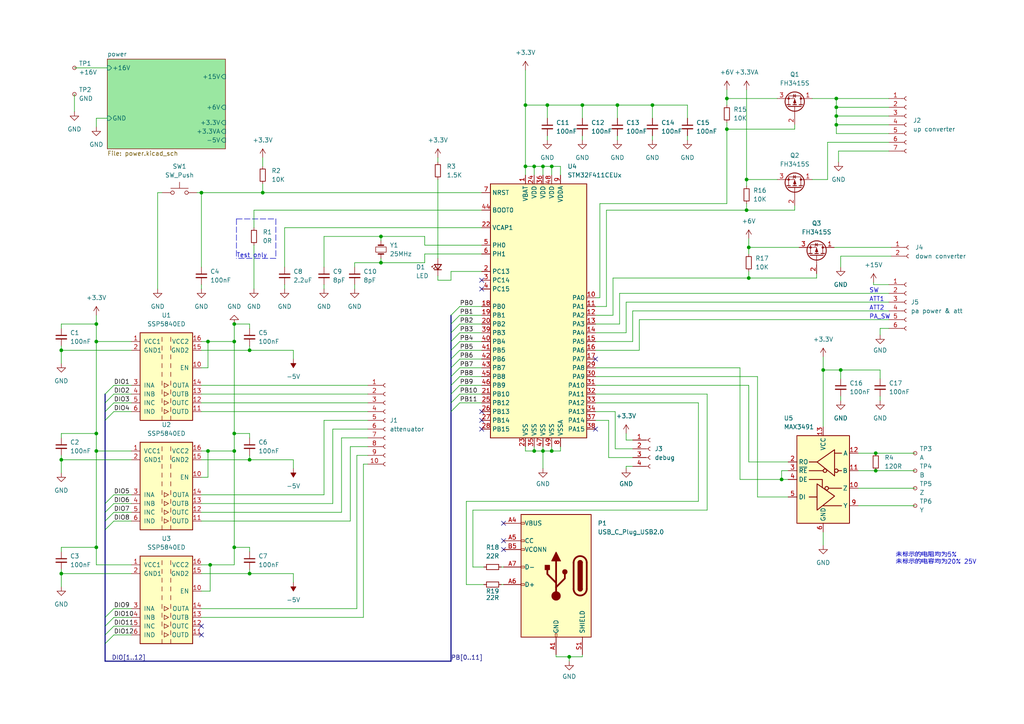
<source format=kicad_sch>
(kicad_sch (version 20211123) (generator eeschema)
  (paper "A4")
  (title_block (title "Power") (date "2022-10-29") (rev "v0.2") (company "Nanjing wuyou electronic technology company") (comment 1 "first init"))
  (lib_symbols
    (symbol "Connector:Conn_01x02_Female" (pin_names (offset 1.016) hide)
      (property "Reference" "J" (at 0 2.54 0))
      (property "Value" "Conn_01x02_Female" (at 0 -5.08 0))
      (symbol "Conn_01x02_Female_1_1"
        (pin passive line (at -5.08 0 0) (length 3.81) (name "Pin_1") (number "1"))
        (pin passive line (at -5.08 -2.54 0) (length 3.81) (name "Pin_2") (number "2"))
      )
    )
    (symbol "Connector:Conn_01x04_Female" (pin_names (offset 1.016) hide)
      (property "Reference" "J" (at 0 5.08 0))
      (property "Value" "Conn_01x04_Female" (at 0 -7.62 0))
      (symbol "Conn_01x04_Female_1_1"
        (pin passive line (at -5.08 2.54 0) (length 3.81) (name "Pin_1") (number "1"))
        (pin passive line (at -5.08 0 0) (length 3.81) (name "Pin_2") (number "2"))
        (pin passive line (at -5.08 -2.54 0) (length 3.81) (name "Pin_3") (number "3"))
        (pin passive line (at -5.08 -5.08 0) (length 3.81) (name "Pin_4") (number "4"))
      )
    )
    (symbol "Connector:Conn_01x06_Female" (pin_names (offset 1.016) hide)
      (property "Reference" "J" (at 0 7.62 0))
      (property "Value" "Conn_01x06_Female" (at 0 -10.16 0))
      (symbol "Conn_01x06_Female_1_1"
        (pin passive line (at -5.08 5.08 0) (length 3.81) (name "Pin_1") (number "1"))
        (pin passive line (at -5.08 2.54 0) (length 3.81) (name "Pin_2") (number "2"))
        (pin passive line (at -5.08 0 0) (length 3.81) (name "Pin_3") (number "3"))
        (pin passive line (at -5.08 -2.54 0) (length 3.81) (name "Pin_4") (number "4"))
        (pin passive line (at -5.08 -5.08 0) (length 3.81) (name "Pin_5") (number "5"))
        (pin passive line (at -5.08 -7.62 0) (length 3.81) (name "Pin_6") (number "6"))
      )
    )
    (symbol "Connector:Conn_01x07_Female" (pin_names (offset 1.016) hide)
      (property "Reference" "J" (at 0 10.16 0))
      (property "Value" "Conn_01x07_Female" (at 0 -10.16 0))
      (symbol "Conn_01x07_Female_1_1"
        (pin passive line (at -5.08 7.62 0) (length 3.81) (name "Pin_1") (number "1"))
        (pin passive line (at -5.08 5.08 0) (length 3.81) (name "Pin_2") (number "2"))
        (pin passive line (at -5.08 2.54 0) (length 3.81) (name "Pin_3") (number "3"))
        (pin passive line (at -5.08 0 0) (length 3.81) (name "Pin_4") (number "4"))
        (pin passive line (at -5.08 -2.54 0) (length 3.81) (name "Pin_5") (number "5"))
        (pin passive line (at -5.08 -5.08 0) (length 3.81) (name "Pin_6") (number "6"))
        (pin passive line (at -5.08 -7.62 0) (length 3.81) (name "Pin_7") (number "7"))
      )
    )
    (symbol "Connector:Conn_01x10_Female" (pin_names (offset 1.016) hide)
      (property "Reference" "J" (at 0 12.7 0))
      (property "Value" "Conn_01x10_Female" (at 0 -15.24 0))
      (symbol "Conn_01x10_Female_1_1"
        (pin passive line (at -5.08 10.16 0) (length 3.81) (name "Pin_1") (number "1"))
        (pin passive line (at -5.08 -12.7 0) (length 3.81) (name "Pin_10") (number "10"))
        (pin passive line (at -5.08 7.62 0) (length 3.81) (name "Pin_2") (number "2"))
        (pin passive line (at -5.08 5.08 0) (length 3.81) (name "Pin_3") (number "3"))
        (pin passive line (at -5.08 2.54 0) (length 3.81) (name "Pin_4") (number "4"))
        (pin passive line (at -5.08 0 0) (length 3.81) (name "Pin_5") (number "5"))
        (pin passive line (at -5.08 -2.54 0) (length 3.81) (name "Pin_6") (number "6"))
        (pin passive line (at -5.08 -5.08 0) (length 3.81) (name "Pin_7") (number "7"))
        (pin passive line (at -5.08 -7.62 0) (length 3.81) (name "Pin_8") (number "8"))
        (pin passive line (at -5.08 -10.16 0) (length 3.81) (name "Pin_9") (number "9"))
      )
    )
    (symbol "Connector:TestPoint_Small" (pin_numbers hide) (pin_names (offset 0.762) hide)
      (property "Reference" "TP" (at 0 3.81 0))
      (property "Value" "TestPoint_Small" (at 0 2.032 0))
      (symbol "TestPoint_Small_1_1"
        (pin passive line (at 0 0 90) (length 0) (name "1") (number "1"))
      )
    )
    (symbol "Connector:USB_C_Plug_USB2.0" (pin_names (offset 1.016))
      (property "Reference" "P" (at -10.16 19.05 0))
      (property "Value" "USB_C_Plug_USB2.0" (at 12.7 19.05 0))
      (symbol "USB_C_Plug_USB2.0_1_1"
        (pin passive line (at 0 -22.86 90) (length 5.08) (name "GND") (number "A1"))
        (pin passive line (at 0 -22.86 90) (length 5.08) hide (name "GND") (number "A12"))
        (pin passive line (at 15.24 15.24 180) (length 5.08) (name "VBUS") (number "A4"))
        (pin bidirectional line (at 15.24 10.16 180) (length 5.08) (name "CC") (number "A5"))
        (pin bidirectional line (at 15.24 -2.54 180) (length 5.08) (name "D+") (number "A6"))
        (pin bidirectional line (at 15.24 2.54 180) (length 5.08) (name "D-") (number "A7"))
        (pin passive line (at 15.24 15.24 180) (length 5.08) hide (name "VBUS") (number "A9"))
        (pin passive line (at 0 -22.86 90) (length 5.08) hide (name "GND") (number "B1"))
        (pin passive line (at 0 -22.86 90) (length 5.08) hide (name "GND") (number "B12"))
        (pin passive line (at 15.24 15.24 180) (length 5.08) hide (name "VBUS") (number "B4"))
        (pin bidirectional line (at 15.24 7.62 180) (length 5.08) (name "VCONN") (number "B5"))
        (pin passive line (at 15.24 15.24 180) (length 5.08) hide (name "VBUS") (number "B9"))
        (pin passive line (at -7.62 -22.86 90) (length 5.08) (name "SHIELD") (number "S1"))
      )
    )
    (symbol "Device:C_Small" (pin_numbers hide) (pin_names (offset 0.254) hide)
      (property "Reference" "C" (at 0.254 1.778 0))
      (property "Value" "C_Small" (at 0.254 -2.032 0))
      (symbol "C_Small_1_1"
        (pin passive line (at 0 2.54 270) (length 2.032) (name "~") (number "1"))
        (pin passive line (at 0 -2.54 90) (length 2.032) (name "~") (number "2"))
      )
    )
    (symbol "Device:Crystal_Small" (pin_numbers hide) (pin_names (offset 1.016) hide)
      (property "Reference" "Y" (at 0 2.54 0))
      (property "Value" "Crystal_Small" (at 0 -2.54 0))
      (symbol "Crystal_Small_1_1"
        (pin passive line (at -2.54 0 0) (length 1.27) (name "1") (number "1"))
        (pin passive line (at 2.54 0 180) (length 1.27) (name "2") (number "2"))
      )
    )
    (symbol "Device:LED_Small" (pin_numbers hide) (pin_names (offset 0.254) hide)
      (property "Reference" "D" (at -1.27 3.175 0))
      (property "Value" "LED_Small" (at -4.445 -2.54 0))
      (symbol "LED_Small_1_1"
        (pin passive line (at -2.54 0 0) (length 1.778) (name "K") (number "1"))
        (pin passive line (at 2.54 0 180) (length 1.778) (name "A") (number "2"))
      )
    )
    (symbol "Device:Q_PMOS_DGS" (pin_names (offset 0) hide)
      (property "Reference" "Q" (at 5.08 1.27 0))
      (property "Value" "Q_PMOS_DGS" (at 5.08 -1.27 0))
      (symbol "Q_PMOS_DGS_1_1"
        (pin passive line (at 2.54 5.08 270) (length 2.54) (name "D") (number "1"))
        (pin input line (at -5.08 0 0) (length 2.54) (name "G") (number "2"))
        (pin passive line (at 2.54 -5.08 90) (length 2.54) (name "S") (number "3"))
      )
    )
    (symbol "Device:R_Small" (pin_numbers hide) (pin_names (offset 0.254) hide)
      (property "Reference" "R" (at 0.762 0.508 0))
      (property "Value" "R_Small" (at 0.762 -1.016 0))
      (symbol "R_Small_1_1"
        (pin passive line (at 0 2.54 270) (length 0.762) (name "~") (number "1"))
        (pin passive line (at 0 -2.54 90) (length 0.762) (name "~") (number "2"))
      )
    )
    (symbol "Interface_UART:ADM1491EBR"
      (property "Reference" "U" (at -7.62 16.51 0))
      (property "Value" "ADM1491EBR" (at -11.43 -13.97 0))
      (symbol "ADM1491EBR_1_1"
        (pin no_connect line (at -7.62 -10.16 0) (length 2.54) hide (name "NC") (number "1"))
        (pin output line (at 10.16 -2.54 180) (length 2.54) (name "Z") (number "10"))
        (pin input line (at 10.16 2.54 180) (length 2.54) (name "B") (number "11"))
        (pin input line (at 10.16 7.62 180) (length 2.54) (name "A") (number "12"))
        (pin power_in line (at 0 15.24 270) (length 2.54) (name "VCC") (number "13"))
        (pin passive line (at 0 15.24 270) (length 2.54) hide (name "VCC") (number "14"))
        (pin output line (at -10.16 5.08 0) (length 2.54) (name "RO") (number "2"))
        (pin input line (at -10.16 2.54 0) (length 2.54) (name "~{RE}") (number "3"))
        (pin input line (at -10.16 0 0) (length 2.54) (name "DE") (number "4"))
        (pin input line (at -10.16 -5.08 0) (length 2.54) (name "DI") (number "5"))
        (pin power_in line (at 0 -15.24 90) (length 2.54) (name "GND") (number "6"))
        (pin passive line (at 0 -15.24 90) (length 2.54) hide (name "GND") (number "7"))
        (pin no_connect line (at -7.62 -7.62 0) (length 2.54) hide (name "NC") (number "8"))
        (pin output line (at 10.16 -7.62 180) (length 2.54) (name "Y") (number "9"))
      )
    )
    (symbol "Isolator:ISO7340FC" (pin_names (offset 1.016))
      (property "Reference" "U" (at 0 15.875 0))
      (property "Value" "ISO7340FC" (at 0 13.97 0))
      (symbol "ISO7340FC_1_1"
        (pin power_in line (at -10.16 10.16 0) (length 2.54) (name "VCC1") (number "1"))
        (pin input line (at 10.16 2.54 180) (length 2.54) (name "EN") (number "10"))
        (pin output line (at 10.16 -10.16 180) (length 2.54) (name "OUTD") (number "11"))
        (pin output line (at 10.16 -7.62 180) (length 2.54) (name "OUTC") (number "12"))
        (pin output line (at 10.16 -5.08 180) (length 2.54) (name "OUTB") (number "13"))
        (pin output line (at 10.16 -2.54 180) (length 2.54) (name "OUTA") (number "14"))
        (pin power_in line (at 10.16 7.62 180) (length 2.54) (name "GND2") (number "15"))
        (pin power_in line (at 10.16 10.16 180) (length 2.54) (name "VCC2") (number "16"))
        (pin power_in line (at -10.16 7.62 0) (length 2.54) (name "GND1") (number "2"))
        (pin input line (at -10.16 -2.54 0) (length 2.54) (name "INA") (number "3"))
        (pin input line (at -10.16 -5.08 0) (length 2.54) (name "INB") (number "4"))
        (pin input line (at -10.16 -7.62 0) (length 2.54) (name "INC") (number "5"))
        (pin input line (at -10.16 -10.16 0) (length 2.54) (name "IND") (number "6"))
        (pin passive line (at -10.16 7.62 0) (length 2.54) hide (name "GND1") (number "8"))
        (pin passive line (at 10.16 7.62 180) (length 2.54) hide (name "GND2") (number "9"))
      )
    )
    (symbol "MCU_ST_STM32F4:STM32F411CEUx"
      (property "Reference" "U" (at -15.24 36.83 0))
      (property "Value" "STM32F411CEUx" (at 7.62 36.83 0))
      (symbol "STM32F411CEUx_1_1"
        (pin power_in line (at -5.08 38.1 270) (length 2.54) (name "VBAT") (number "1"))
        (pin bidirectional line (at 15.24 2.54 180) (length 2.54) (name "PA0") (number "10"))
        (pin bidirectional line (at 15.24 0 180) (length 2.54) (name "PA1") (number "11"))
        (pin bidirectional line (at 15.24 -2.54 180) (length 2.54) (name "PA2") (number "12"))
        (pin bidirectional line (at 15.24 -5.08 180) (length 2.54) (name "PA3") (number "13"))
        (pin bidirectional line (at 15.24 -7.62 180) (length 2.54) (name "PA4") (number "14"))
        (pin bidirectional line (at 15.24 -10.16 180) (length 2.54) (name "PA5") (number "15"))
        (pin bidirectional line (at 15.24 -12.7 180) (length 2.54) (name "PA6") (number "16"))
        (pin bidirectional line (at 15.24 -15.24 180) (length 2.54) (name "PA7") (number "17"))
        (pin bidirectional line (at -17.78 0 0) (length 2.54) (name "PB0") (number "18"))
        (pin bidirectional line (at -17.78 -2.54 0) (length 2.54) (name "PB1") (number "19"))
        (pin bidirectional line (at -17.78 10.16 0) (length 2.54) (name "PC13") (number "2"))
        (pin bidirectional line (at -17.78 -5.08 0) (length 2.54) (name "PB2") (number "20"))
        (pin bidirectional line (at -17.78 -25.4 0) (length 2.54) (name "PB10") (number "21"))
        (pin power_in line (at -17.78 22.86 0) (length 2.54) (name "VCAP1") (number "22"))
        (pin power_in line (at -5.08 -40.64 90) (length 2.54) (name "VSS") (number "23"))
        (pin power_in line (at -2.54 38.1 270) (length 2.54) (name "VDD") (number "24"))
        (pin bidirectional line (at -17.78 -27.94 0) (length 2.54) (name "PB12") (number "25"))
        (pin bidirectional line (at -17.78 -30.48 0) (length 2.54) (name "PB13") (number "26"))
        (pin bidirectional line (at -17.78 -33.02 0) (length 2.54) (name "PB14") (number "27"))
        (pin bidirectional line (at -17.78 -35.56 0) (length 2.54) (name "PB15") (number "28"))
        (pin bidirectional line (at 15.24 -17.78 180) (length 2.54) (name "PA8") (number "29"))
        (pin bidirectional line (at -17.78 7.62 0) (length 2.54) (name "PC14") (number "3"))
        (pin bidirectional line (at 15.24 -20.32 180) (length 2.54) (name "PA9") (number "30"))
        (pin bidirectional line (at 15.24 -22.86 180) (length 2.54) (name "PA10") (number "31"))
        (pin bidirectional line (at 15.24 -25.4 180) (length 2.54) (name "PA11") (number "32"))
        (pin bidirectional line (at 15.24 -27.94 180) (length 2.54) (name "PA12") (number "33"))
        (pin bidirectional line (at 15.24 -30.48 180) (length 2.54) (name "PA13") (number "34"))
        (pin power_in line (at -2.54 -40.64 90) (length 2.54) (name "VSS") (number "35"))
        (pin power_in line (at 0 38.1 270) (length 2.54) (name "VDD") (number "36"))
        (pin bidirectional line (at 15.24 -33.02 180) (length 2.54) (name "PA14") (number "37"))
        (pin bidirectional line (at 15.24 -35.56 180) (length 2.54) (name "PA15") (number "38"))
        (pin bidirectional line (at -17.78 -7.62 0) (length 2.54) (name "PB3") (number "39"))
        (pin bidirectional line (at -17.78 5.08 0) (length 2.54) (name "PC15") (number "4"))
        (pin bidirectional line (at -17.78 -10.16 0) (length 2.54) (name "PB4") (number "40"))
        (pin bidirectional line (at -17.78 -12.7 0) (length 2.54) (name "PB5") (number "41"))
        (pin bidirectional line (at -17.78 -15.24 0) (length 2.54) (name "PB6") (number "42"))
        (pin bidirectional line (at -17.78 -17.78 0) (length 2.54) (name "PB7") (number "43"))
        (pin input line (at -17.78 27.94 0) (length 2.54) (name "BOOT0") (number "44"))
        (pin bidirectional line (at -17.78 -20.32 0) (length 2.54) (name "PB8") (number "45"))
        (pin bidirectional line (at -17.78 -22.86 0) (length 2.54) (name "PB9") (number "46"))
        (pin power_in line (at 0 -40.64 90) (length 2.54) (name "VSS") (number "47"))
        (pin power_in line (at 2.54 38.1 270) (length 2.54) (name "VDD") (number "48"))
        (pin power_in line (at 2.54 -40.64 90) (length 2.54) (name "VSS") (number "49"))
        (pin input line (at -17.78 17.78 0) (length 2.54) (name "PH0") (number "5"))
        (pin input line (at -17.78 15.24 0) (length 2.54) (name "PH1") (number "6"))
        (pin input line (at -17.78 33.02 0) (length 2.54) (name "NRST") (number "7"))
        (pin power_in line (at 5.08 -40.64 90) (length 2.54) (name "VSSA") (number "8"))
        (pin power_in line (at 5.08 38.1 270) (length 2.54) (name "VDDA") (number "9"))
      )
    )
    (symbol "Switch:SW_Push" (pin_numbers hide) (pin_names (offset 1.016) hide)
      (property "Reference" "SW" (at 1.27 2.54 0))
      (property "Value" "SW_Push" (at 0 -1.524 0))
      (symbol "SW_Push_0_1"
        (pin passive line (at -5.08 0 0) (length 2.54) (name "1") (number "1"))
        (pin passive line (at 5.08 0 180) (length 2.54) (name "2") (number "2"))
      )
    )
    (symbol "power:+15V" (power) (pin_names (offset 0))
      (property "Value" "+15V" (at 0 3.556 0))
      (symbol "+15V_1_1"
        (pin power_in line (at 0 0 90) (length 0) hide (name "+15V") (number "1"))
      )
    )
    (symbol "power:+3.3V" (power) (pin_names (offset 0))
      (property "Value" "+3.3V" (at 0 3.556 0))
      (symbol "+3.3V_1_1"
        (pin power_in line (at 0 0 90) (length 0) hide (name "+3.3V") (number "1"))
      )
    )
    (symbol "power:+3.3VA" (power) (pin_names (offset 0))
      (property "Value" "+3.3VA" (at 0 3.556 0))
      (symbol "+3.3VA_1_1"
        (pin power_in line (at 0 0 90) (length 0) hide (name "+3.3VA") (number "1"))
      )
    )
    (symbol "power:+6V" (power) (pin_names (offset 0))
      (property "Value" "+6V" (at 0 3.556 0))
      (symbol "+6V_1_1"
        (pin power_in line (at 0 0 90) (length 0) hide (name "+6V") (number "1"))
      )
    )
    (symbol "power:-5V" (power) (pin_names (offset 0))
      (property "Value" "-5V" (at 0 3.81 0))
      (symbol "-5V_0_0"
        (pin power_in line (at 0 0 90) (length 0) hide (name "-5V") (number "1"))
      )
    )
    (symbol "power:GND" (power) (pin_names (offset 0))
      (property "Value" "GND" (at 0 -3.81 0))
      (symbol "GND_1_1"
        (pin power_in line (at 0 0 270) (length 0) hide (name "GND") (number "1"))
      )
    )
  )
  (junction (at 110.49 76.2))
  (junction (at 27.94 130.81))
  (junction (at 58.42 55.88))
  (junction (at 67.945 125.73))
  (junction (at 27.94 158.75))
  (junction (at 67.945 158.75))
  (junction (at 158.75 30.48))
  (junction (at 154.94 48.26))
  (junction (at 243.84 107.315))
  (junction (at 60.325 130.81))
  (junction (at 210.82 28.575))
  (junction (at 157.48 48.26))
  (junction (at 242.57 36.195))
  (junction (at 110.49 68.58))
  (junction (at 254 136.525))
  (junction (at 254 131.445))
  (junction (at 242.57 33.655))
  (junction (at 72.39 133.35))
  (junction (at 27.94 99.06))
  (junction (at 217.17 71.755))
  (junction (at 60.325 99.06))
  (junction (at 27.94 125.73))
  (junction (at 72.39 166.37))
  (junction (at 226.695 139.065))
  (junction (at 67.945 99.06))
  (junction (at 210.82 37.465))
  (junction (at 17.78 133.35))
  (junction (at 72.39 101.6))
  (junction (at 152.4 30.48))
  (junction (at 76.2 55.88))
  (junction (at 67.945 130.81))
  (junction (at 165.1 190.5))
  (junction (at 154.94 130.81))
  (junction (at 189.23 30.48))
  (junction (at 27.94 93.98))
  (junction (at 17.78 101.6))
  (junction (at 216.535 60.96))
  (junction (at 179.07 30.48))
  (junction (at 238.76 107.315))
  (junction (at 152.4 48.26))
  (junction (at 160.02 48.26))
  (junction (at 242.57 28.575))
  (junction (at 157.48 130.81))
  (junction (at 60.96 163.83))
  (junction (at 242.57 31.115))
  (junction (at 217.17 80.645))
  (junction (at 160.02 130.81))
  (junction (at 168.91 30.48))
  (junction (at 216.535 52.07))
  (junction (at 67.945 93.98))
  (junction (at 17.78 166.37))
  (no_connect (at 146.05 156.845))
  (no_connect (at 146.05 151.765))
  (no_connect (at 146.05 159.385))
  (no_connect (at 58.42 181.61))
  (no_connect (at 58.42 184.15))
  (no_connect (at 139.7 83.82))
  (no_connect (at 139.7 81.28))
  (no_connect (at 139.7 119.38))
  (no_connect (at 139.7 124.46))
  (no_connect (at 139.7 121.92))
  (no_connect (at 172.72 124.46))
  (no_connect (at 172.72 104.14))
  (bus_entry (at 30.48 179.07) (size 2.54 -2.54))
  (bus_entry (at 30.48 184.15) (size 2.54 -2.54))
  (bus_entry (at 30.48 181.61) (size 2.54 -2.54))
  (bus_entry (at 30.48 186.69) (size 2.54 -2.54))
  (bus_entry (at 30.48 116.84) (size 2.54 -2.54))
  (bus_entry (at 30.48 114.3) (size 2.54 -2.54))
  (bus_entry (at 30.48 121.92) (size 2.54 -2.54))
  (bus_entry (at 30.48 119.38) (size 2.54 -2.54))
  (bus_entry (at 130.81 99.06) (size 2.54 -2.54))
  (bus_entry (at 130.81 101.6) (size 2.54 -2.54))
  (bus_entry (at 130.81 104.14) (size 2.54 -2.54))
  (bus_entry (at 130.81 106.68) (size 2.54 -2.54))
  (bus_entry (at 130.81 109.22) (size 2.54 -2.54))
  (bus_entry (at 130.81 114.3) (size 2.54 -2.54))
  (bus_entry (at 130.81 119.38) (size 2.54 -2.54))
  (bus_entry (at 130.81 93.98) (size 2.54 -2.54))
  (bus_entry (at 130.81 96.52) (size 2.54 -2.54))
  (bus_entry (at 133.35 88.9) (size -2.54 2.54))
  (bus_entry (at 130.81 111.76) (size 2.54 -2.54))
  (bus_entry (at 130.81 116.84) (size 2.54 -2.54))
  (bus_entry (at 30.48 146.05) (size 2.54 -2.54))
  (bus_entry (at 30.48 148.59) (size 2.54 -2.54))
  (bus_entry (at 30.48 153.67) (size 2.54 -2.54))
  (bus_entry (at 30.48 151.13) (size 2.54 -2.54))
  (bus (pts (xy 30.48 116.84) (xy 30.48 119.38)))
  (wire (pts (xy 257.81 82.55) (xy 253.365 82.55)))
  (wire (pts (xy 242.57 38.735) (xy 257.81 38.735)))
  (wire (pts (xy 102.87 82.55) (xy 102.87 83.82)))
  (wire (pts (xy 255.27 95.25) (xy 257.81 95.25)))
  (wire (pts (xy 110.49 68.58) (xy 93.98 68.58)))
  (wire (pts (xy 242.57 33.655) (xy 242.57 36.195)))
  (wire (pts (xy 158.75 34.29) (xy 158.75 30.48)))
  (wire (pts (xy 133.35 99.06) (xy 139.7 99.06)))
  (wire (pts (xy 133.35 111.76) (xy 139.7 111.76)))
  (wire (pts (xy 93.98 82.55) (xy 93.98 83.82)))
  (wire (pts (xy 210.82 59.055) (xy 173.99 59.055)))
  (wire (pts (xy 99.06 127) (xy 106.68 127)))
  (wire (pts (xy 157.48 48.26) (xy 160.02 48.26)))
  (wire (pts (xy 33.02 176.53) (xy 38.1 176.53)))
  (wire (pts (xy 93.98 68.58) (xy 93.98 77.47)))
  (wire (pts (xy 58.42 116.84) (xy 106.68 116.84)))
  (wire (pts (xy 27.94 36.83) (xy 27.94 34.29)))
  (wire (pts (xy 67.945 163.83) (xy 60.96 163.83)))
  (wire (pts (xy 179.07 30.48) (xy 189.23 30.48)))
  (wire (pts (xy 181.61 87.63) (xy 181.61 96.52)))
  (wire (pts (xy 152.4 30.48) (xy 158.75 30.48)))
  (wire (pts (xy 67.945 130.81) (xy 67.945 158.75)))
  (wire (pts (xy 226.695 136.525) (xy 226.695 139.065)))
  (wire (pts (xy 135.255 169.545) (xy 135.255 145.415)))
  (wire (pts (xy 168.91 34.29) (xy 168.91 30.48)))
  (wire (pts (xy 123.19 68.58) (xy 110.49 68.58)))
  (wire (pts (xy 67.945 99.06) (xy 67.945 125.73)))
  (wire (pts (xy 33.02 148.59) (xy 38.1 148.59)))
  (wire (pts (xy 102.87 76.2) (xy 110.49 76.2)))
  (wire (pts (xy 217.17 78.74) (xy 217.17 80.645)))
  (wire (pts (xy 96.52 124.46) (xy 106.68 124.46)))
  (wire (pts (xy 67.945 125.73) (xy 67.945 130.81)))
  (wire (pts (xy 102.87 77.47) (xy 102.87 76.2)))
  (wire (pts (xy 103.505 132.08) (xy 103.505 176.53)))
  (wire (pts (xy 106.68 134.62) (xy 105.41 134.62)))
  (wire (pts (xy 72.39 166.37) (xy 58.42 166.37)))
  (wire (pts (xy 33.02 181.61) (xy 38.1 181.61)))
  (wire (pts (xy 152.4 30.48) (xy 152.4 20.32)))
  (bus (pts (xy 30.48 114.3) (xy 30.48 116.84)))
  (wire (pts (xy 17.78 133.35) (xy 17.78 137.16)))
  (wire (pts (xy 105.41 134.62) (xy 105.41 179.07)))
  (wire (pts (xy 185.42 92.71) (xy 185.42 101.6)))
  (wire (pts (xy 27.94 125.73) (xy 27.94 130.81)))
  (wire (pts (xy 60.325 106.68) (xy 58.42 106.68)))
  (wire (pts (xy 82.55 66.04) (xy 82.55 77.47)))
  (wire (pts (xy 21.59 19.685) (xy 31.115 19.685)))
  (wire (pts (xy 67.945 158.75) (xy 67.945 163.83)))
  (wire (pts (xy 243.205 43.815) (xy 257.81 43.815)))
  (wire (pts (xy 154.94 48.26) (xy 157.48 48.26)))
  (wire (pts (xy 17.78 158.75) (xy 17.78 160.02)))
  (wire (pts (xy 248.92 141.605) (xy 265.43 141.605)))
  (wire (pts (xy 160.02 130.81) (xy 160.02 129.54)))
  (wire (pts (xy 85.09 133.35) (xy 72.39 133.35)))
  (wire (pts (xy 165.1 191.77) (xy 165.1 190.5)))
  (wire (pts (xy 58.42 55.88) (xy 76.2 55.88)))
  (bus (pts (xy 130.81 109.22) (xy 130.81 111.76)))
  (wire (pts (xy 82.55 66.04) (xy 139.7 66.04)))
  (wire (pts (xy 172.72 121.92) (xy 176.53 121.92)))
  (wire (pts (xy 72.39 165.1) (xy 72.39 166.37)))
  (wire (pts (xy 17.78 125.73) (xy 17.78 127)))
  (wire (pts (xy 82.55 82.55) (xy 82.55 83.82)))
  (wire (pts (xy 173.99 86.36) (xy 172.72 86.36)))
  (wire (pts (xy 33.02 179.07) (xy 38.1 179.07)))
  (wire (pts (xy 172.72 111.76) (xy 217.17 111.76)))
  (bus (pts (xy 130.81 119.38) (xy 130.81 191.77)))
  (wire (pts (xy 172.72 109.22) (xy 219.71 109.22)))
  (wire (pts (xy 101.6 129.54) (xy 106.68 129.54)))
  (wire (pts (xy 58.42 111.76) (xy 106.68 111.76)))
  (wire (pts (xy 135.255 145.415) (xy 202.565 145.415)))
  (wire (pts (xy 27.94 34.29) (xy 31.115 34.29)))
  (wire (pts (xy 189.23 34.29) (xy 189.23 30.48)))
  (wire (pts (xy 72.39 132.08) (xy 72.39 133.35)))
  (wire (pts (xy 27.94 99.06) (xy 38.1 99.06)))
  (wire (pts (xy 27.94 125.73) (xy 17.78 125.73)))
  (wire (pts (xy 60.96 163.83) (xy 58.42 163.83)))
  (wire (pts (xy 178.435 119.38) (xy 178.435 130.175)))
  (wire (pts (xy 127 80.01) (xy 127 81.28)))
  (wire (pts (xy 76.2 55.88) (xy 139.7 55.88)))
  (wire (pts (xy 240.03 52.07) (xy 235.585 52.07)))
  (wire (pts (xy 161.29 190.5) (xy 161.29 189.865)))
  (wire (pts (xy 130.81 78.74) (xy 130.81 81.28)))
  (wire (pts (xy 160.02 48.26) (xy 160.02 50.8)))
  (wire (pts (xy 133.35 93.98) (xy 139.7 93.98)))
  (wire (pts (xy 60.325 99.06) (xy 58.42 99.06)))
  (wire (pts (xy 168.91 30.48) (xy 179.07 30.48)))
  (wire (pts (xy 85.09 104.14) (xy 85.09 101.6)))
  (bus (pts (xy 30.48 181.61) (xy 30.48 184.15)))
  (wire (pts (xy 172.72 114.3) (xy 205.105 114.3)))
  (wire (pts (xy 214.63 139.065) (xy 226.695 139.065)))
  (wire (pts (xy 217.17 80.645) (xy 177.8 80.645)))
  (wire (pts (xy 133.35 101.6) (xy 139.7 101.6)))
  (wire (pts (xy 158.75 39.37) (xy 158.75 40.64)))
  (wire (pts (xy 179.07 34.29) (xy 179.07 30.48)))
  (wire (pts (xy 243.84 114.935) (xy 243.84 116.205)))
  (wire (pts (xy 145.415 164.465) (xy 146.05 164.465)))
  (wire (pts (xy 154.94 48.26) (xy 154.94 50.8)))
  (wire (pts (xy 217.17 80.645) (xy 236.855 80.645)))
  (wire (pts (xy 60.96 171.45) (xy 60.96 163.83)))
  (bus (pts (xy 130.81 99.06) (xy 130.81 101.6)))
  (bus (pts (xy 130.81 96.52) (xy 130.81 99.06)))
  (bus (pts (xy 130.81 101.6) (xy 130.81 104.14)))
  (wire (pts (xy 202.565 116.84) (xy 172.72 116.84)))
  (wire (pts (xy 33.02 184.15) (xy 38.1 184.15)))
  (wire (pts (xy 133.35 88.9) (xy 139.7 88.9)))
  (wire (pts (xy 85.09 135.89) (xy 85.09 133.35)))
  (bus (pts (xy 30.48 121.92) (xy 30.48 146.05)))
  (wire (pts (xy 146.05 169.545) (xy 145.415 169.545)))
  (wire (pts (xy 133.35 116.84) (xy 139.7 116.84)))
  (wire (pts (xy 133.35 91.44) (xy 139.7 91.44)))
  (wire (pts (xy 33.02 114.3) (xy 38.1 114.3)))
  (wire (pts (xy 72.39 93.98) (xy 72.39 95.25)))
  (wire (pts (xy 17.78 133.35) (xy 38.1 133.35)))
  (bus (pts (xy 30.48 119.38) (xy 30.48 121.92)))
  (polyline (pts (xy 80.01 63.5) (xy 80.01 74.93)))
  (wire (pts (xy 248.92 146.685) (xy 265.43 146.685)))
  (wire (pts (xy 33.02 151.13) (xy 38.1 151.13)))
  (wire (pts (xy 152.4 130.81) (xy 152.4 129.54)))
  (wire (pts (xy 254 136.525) (xy 265.43 136.525)))
  (wire (pts (xy 123.19 73.66) (xy 123.19 76.2)))
  (wire (pts (xy 33.02 116.84) (xy 38.1 116.84)))
  (bus (pts (xy 130.81 91.44) (xy 130.81 93.98)))
  (wire (pts (xy 58.42 119.38) (xy 106.68 119.38)))
  (bus (pts (xy 30.48 191.77) (xy 130.81 191.77)))
  (wire (pts (xy 72.39 101.6) (xy 58.42 101.6)))
  (wire (pts (xy 210.82 37.465) (xy 210.82 59.055)))
  (wire (pts (xy 67.945 125.73) (xy 72.39 125.73)))
  (wire (pts (xy 17.78 101.6) (xy 17.78 105.41)))
  (wire (pts (xy 137.16 147.955) (xy 137.16 164.465)))
  (wire (pts (xy 17.78 166.37) (xy 17.78 170.18)))
  (wire (pts (xy 27.94 93.98) (xy 17.78 93.98)))
  (bus (pts (xy 30.48 184.15) (xy 30.48 186.69)))
  (wire (pts (xy 60.325 130.81) (xy 58.42 130.81)))
  (wire (pts (xy 230.505 60.96) (xy 230.505 59.69)))
  (polyline (pts (xy 80.01 74.93) (xy 68.58 74.93)))
  (wire (pts (xy 140.335 169.545) (xy 135.255 169.545)))
  (wire (pts (xy 248.92 136.525) (xy 254 136.525)))
  (wire (pts (xy 152.4 50.8) (xy 152.4 48.26)))
  (wire (pts (xy 93.98 121.92) (xy 106.68 121.92)))
  (wire (pts (xy 216.535 52.07) (xy 216.535 53.975)))
  (wire (pts (xy 230.505 37.465) (xy 230.505 36.195)))
  (wire (pts (xy 179.07 39.37) (xy 179.07 40.64)))
  (wire (pts (xy 217.17 133.985) (xy 217.17 111.76)))
  (wire (pts (xy 248.92 131.445) (xy 254 131.445)))
  (wire (pts (xy 58.42 138.43) (xy 60.325 138.43)))
  (wire (pts (xy 172.72 119.38) (xy 178.435 119.38)))
  (wire (pts (xy 27.94 130.81) (xy 27.94 158.75)))
  (wire (pts (xy 93.98 143.51) (xy 93.98 121.92)))
  (bus (pts (xy 30.48 179.07) (xy 30.48 181.61)))
  (wire (pts (xy 27.94 91.44) (xy 27.94 93.98)))
  (wire (pts (xy 58.42 171.45) (xy 60.96 171.45)))
  (wire (pts (xy 85.09 101.6) (xy 72.39 101.6)))
  (wire (pts (xy 154.94 130.81) (xy 152.4 130.81)))
  (bus (pts (xy 30.48 148.59) (xy 30.48 151.13)))
  (wire (pts (xy 216.535 52.07) (xy 225.425 52.07)))
  (wire (pts (xy 96.52 146.05) (xy 96.52 124.46)))
  (wire (pts (xy 176.53 132.715) (xy 183.515 132.715)))
  (wire (pts (xy 241.935 71.755) (xy 258.445 71.755)))
  (wire (pts (xy 130.81 81.28) (xy 127 81.28)))
  (wire (pts (xy 73.66 60.96) (xy 139.7 60.96)))
  (wire (pts (xy 85.09 166.37) (xy 72.39 166.37)))
  (wire (pts (xy 17.78 93.98) (xy 17.78 95.25)))
  (wire (pts (xy 210.82 35.56) (xy 210.82 37.465)))
  (wire (pts (xy 27.94 158.75) (xy 27.94 163.83)))
  (wire (pts (xy 243.84 74.295) (xy 243.84 77.47)))
  (polyline (pts (xy 68.58 63.5) (xy 80.01 63.5)))
  (wire (pts (xy 157.48 48.26) (xy 157.48 50.8)))
  (wire (pts (xy 123.19 71.12) (xy 123.19 68.58)))
  (wire (pts (xy 17.78 132.08) (xy 17.78 133.35)))
  (wire (pts (xy 175.895 88.9) (xy 172.72 88.9)))
  (wire (pts (xy 240.03 41.275) (xy 240.03 52.07)))
  (wire (pts (xy 183.515 90.17) (xy 183.515 99.06)))
  (wire (pts (xy 177.8 80.645) (xy 177.8 91.44)))
  (polyline (pts (xy 68.58 63.5) (xy 68.58 74.93)))
  (wire (pts (xy 27.94 130.81) (xy 38.1 130.81)))
  (wire (pts (xy 185.42 101.6) (xy 172.72 101.6)))
  (wire (pts (xy 238.76 107.315) (xy 238.76 123.825)))
  (wire (pts (xy 157.48 130.81) (xy 154.94 130.81)))
  (wire (pts (xy 177.8 91.44) (xy 172.72 91.44)))
  (wire (pts (xy 175.895 60.96) (xy 175.895 88.9)))
  (wire (pts (xy 210.82 28.575) (xy 225.425 28.575)))
  (wire (pts (xy 210.82 37.465) (xy 230.505 37.465)))
  (wire (pts (xy 103.505 176.53) (xy 58.42 176.53)))
  (wire (pts (xy 76.2 53.34) (xy 76.2 55.88)))
  (wire (pts (xy 139.7 78.74) (xy 130.81 78.74)))
  (wire (pts (xy 58.42 146.05) (xy 96.52 146.05)))
  (wire (pts (xy 21.59 27.305) (xy 21.59 32.385)))
  (wire (pts (xy 181.61 125.73) (xy 181.61 127.635)))
  (wire (pts (xy 105.41 179.07) (xy 58.42 179.07)))
  (wire (pts (xy 67.945 93.98) (xy 67.945 99.06)))
  (wire (pts (xy 243.84 74.295) (xy 258.445 74.295)))
  (wire (pts (xy 160.02 48.26) (xy 162.56 48.26)))
  (wire (pts (xy 127 45.72) (xy 127 46.99)))
  (bus (pts (xy 30.48 153.67) (xy 30.48 179.07)))
  (wire (pts (xy 152.4 48.26) (xy 152.4 30.48)))
  (wire (pts (xy 226.695 139.065) (xy 228.6 139.065)))
  (wire (pts (xy 60.325 99.06) (xy 60.325 106.68)))
  (wire (pts (xy 27.94 99.06) (xy 27.94 125.73)))
  (wire (pts (xy 255.27 97.155) (xy 255.27 95.25)))
  (bus (pts (xy 130.81 111.76) (xy 130.81 114.3)))
  (wire (pts (xy 45.72 55.88) (xy 45.72 83.82)))
  (wire (pts (xy 257.81 85.09) (xy 179.705 85.09)))
  (wire (pts (xy 199.39 39.37) (xy 199.39 40.64)))
  (wire (pts (xy 242.57 33.655) (xy 257.81 33.655)))
  (wire (pts (xy 133.35 104.14) (xy 139.7 104.14)))
  (wire (pts (xy 123.19 76.2) (xy 110.49 76.2)))
  (wire (pts (xy 235.585 28.575) (xy 242.57 28.575)))
  (wire (pts (xy 58.42 151.13) (xy 101.6 151.13)))
  (wire (pts (xy 162.56 130.81) (xy 162.56 129.54)))
  (wire (pts (xy 168.91 189.865) (xy 168.91 190.5)))
  (wire (pts (xy 176.53 121.92) (xy 176.53 132.715)))
  (wire (pts (xy 217.17 69.215) (xy 217.17 71.755)))
  (wire (pts (xy 72.39 133.35) (xy 58.42 133.35)))
  (wire (pts (xy 238.76 103.505) (xy 238.76 107.315)))
  (wire (pts (xy 58.42 82.55) (xy 58.42 83.82)))
  (wire (pts (xy 58.42 55.88) (xy 58.42 77.47)))
  (wire (pts (xy 242.57 28.575) (xy 242.57 31.115)))
  (wire (pts (xy 133.35 96.52) (xy 139.7 96.52)))
  (wire (pts (xy 238.76 154.305) (xy 238.76 158.115)))
  (wire (pts (xy 238.76 107.315) (xy 243.84 107.315)))
  (wire (pts (xy 199.39 34.29) (xy 199.39 30.48)))
  (wire (pts (xy 17.78 100.33) (xy 17.78 101.6)))
  (wire (pts (xy 60.325 138.43) (xy 60.325 130.81)))
  (wire (pts (xy 72.39 158.75) (xy 72.39 160.02)))
  (wire (pts (xy 67.945 93.98) (xy 72.39 93.98)))
  (wire (pts (xy 181.61 135.89) (xy 181.61 135.255)))
  (wire (pts (xy 172.72 99.06) (xy 183.515 99.06)))
  (wire (pts (xy 160.02 130.81) (xy 162.56 130.81)))
  (wire (pts (xy 58.42 114.3) (xy 106.68 114.3)))
  (wire (pts (xy 236.855 80.645) (xy 236.855 79.375)))
  (wire (pts (xy 165.1 190.5) (xy 168.91 190.5)))
  (wire (pts (xy 168.91 39.37) (xy 168.91 40.64)))
  (wire (pts (xy 257.81 41.275) (xy 240.03 41.275)))
  (wire (pts (xy 257.81 92.71) (xy 185.42 92.71)))
  (wire (pts (xy 157.48 130.81) (xy 160.02 130.81)))
  (wire (pts (xy 27.94 93.98) (xy 27.94 99.06)))
  (wire (pts (xy 72.39 125.73) (xy 72.39 127)))
  (wire (pts (xy 217.17 133.985) (xy 228.6 133.985)))
  (wire (pts (xy 133.35 114.3) (xy 139.7 114.3)))
  (wire (pts (xy 178.435 130.175) (xy 183.515 130.175)))
  (bus (pts (xy 130.81 93.98) (xy 130.81 96.52)))
  (wire (pts (xy 214.63 139.065) (xy 214.63 106.68)))
  (wire (pts (xy 154.94 130.81) (xy 154.94 129.54)))
  (wire (pts (xy 133.35 106.68) (xy 139.7 106.68)))
  (wire (pts (xy 243.84 107.315) (xy 255.27 107.315)))
  (wire (pts (xy 101.6 151.13) (xy 101.6 129.54)))
  (wire (pts (xy 33.02 146.05) (xy 38.1 146.05)))
  (wire (pts (xy 165.1 190.5) (xy 161.29 190.5)))
  (wire (pts (xy 17.78 166.37) (xy 38.1 166.37)))
  (wire (pts (xy 181.61 127.635) (xy 183.515 127.635)))
  (wire (pts (xy 243.205 43.815) (xy 243.205 46.99)))
  (wire (pts (xy 181.61 96.52) (xy 172.72 96.52)))
  (wire (pts (xy 127 52.07) (xy 127 74.93)))
  (wire (pts (xy 257.81 90.17) (xy 183.515 90.17)))
  (wire (pts (xy 137.16 164.465) (xy 140.335 164.465)))
  (wire (pts (xy 242.57 28.575) (xy 257.81 28.575)))
  (wire (pts (xy 189.23 39.37) (xy 189.23 40.64)))
  (wire (pts (xy 255.27 107.315) (xy 255.27 109.855)))
  (wire (pts (xy 217.17 71.755) (xy 231.775 71.755)))
  (wire (pts (xy 72.39 100.33) (xy 72.39 101.6)))
  (wire (pts (xy 257.81 87.63) (xy 181.61 87.63)))
  (wire (pts (xy 168.91 30.48) (xy 158.75 30.48)))
  (wire (pts (xy 202.565 145.415) (xy 202.565 116.84)))
  (wire (pts (xy 255.27 114.935) (xy 255.27 116.205)))
  (wire (pts (xy 123.19 71.12) (xy 139.7 71.12)))
  (wire (pts (xy 214.63 106.68) (xy 172.72 106.68)))
  (wire (pts (xy 152.4 48.26) (xy 154.94 48.26)))
  (wire (pts (xy 205.105 147.955) (xy 137.16 147.955)))
  (wire (pts (xy 133.35 109.22) (xy 139.7 109.22)))
  (wire (pts (xy 257.81 31.115) (xy 242.57 31.115)))
  (wire (pts (xy 73.66 60.96) (xy 73.66 66.04)))
  (wire (pts (xy 217.17 73.66) (xy 217.17 71.755)))
  (wire (pts (xy 199.39 30.48) (xy 189.23 30.48)))
  (wire (pts (xy 216.535 60.96) (xy 175.895 60.96)))
  (wire (pts (xy 216.535 26.035) (xy 216.535 52.07)))
  (wire (pts (xy 73.66 71.12) (xy 73.66 83.82)))
  (wire (pts (xy 254 131.445) (xy 265.43 131.445)))
  (wire (pts (xy 242.57 36.195) (xy 242.57 38.735)))
  (wire (pts (xy 85.09 168.91) (xy 85.09 166.37)))
  (wire (pts (xy 57.15 55.88) (xy 58.42 55.88)))
  (wire (pts (xy 157.48 129.54) (xy 157.48 130.81)))
  (wire (pts (xy 33.02 111.76) (xy 38.1 111.76)))
  (wire (pts (xy 110.49 68.58) (xy 110.49 69.85)))
  (wire (pts (xy 242.57 36.195) (xy 257.81 36.195)))
  (wire (pts (xy 179.705 85.09) (xy 179.705 93.98)))
  (wire (pts (xy 253.365 82.55) (xy 253.365 81.915)))
  (wire (pts (xy 157.48 130.81) (xy 157.48 135.89)))
  (wire (pts (xy 210.82 30.48) (xy 210.82 28.575)))
  (wire (pts (xy 17.78 101.6) (xy 38.1 101.6)))
  (wire (pts (xy 99.06 148.59) (xy 99.06 127)))
  (wire (pts (xy 216.535 60.96) (xy 230.505 60.96)))
  (bus (pts (xy 130.81 116.84) (xy 130.81 119.38)))
  (wire (pts (xy 172.72 93.98) (xy 179.705 93.98)))
  (wire (pts (xy 76.2 45.72) (xy 76.2 48.26)))
  (wire (pts (xy 228.6 136.525) (xy 226.695 136.525)))
  (wire (pts (xy 181.61 135.255) (xy 183.515 135.255)))
  (wire (pts (xy 67.945 130.81) (xy 60.325 130.81)))
  (bus (pts (xy 30.48 146.05) (xy 30.48 148.59)))
  (bus (pts (xy 130.81 104.14) (xy 130.81 106.68)))
  (wire (pts (xy 67.945 99.06) (xy 60.325 99.06)))
  (wire (pts (xy 216.535 59.055) (xy 216.535 60.96)))
  (wire (pts (xy 219.71 144.145) (xy 219.71 109.22)))
  (wire (pts (xy 243.84 107.315) (xy 243.84 109.855)))
  (wire (pts (xy 110.49 76.2) (xy 110.49 74.93)))
  (wire (pts (xy 106.68 132.08) (xy 103.505 132.08)))
  (wire (pts (xy 58.42 148.59) (xy 99.06 148.59)))
  (wire (pts (xy 27.94 163.83) (xy 38.1 163.83)))
  (wire (pts (xy 162.56 48.26) (xy 162.56 50.8)))
  (wire (pts (xy 58.42 143.51) (xy 93.98 143.51)))
  (wire (pts (xy 27.94 158.75) (xy 17.78 158.75)))
  (wire (pts (xy 33.02 143.51) (xy 38.1 143.51)))
  (wire (pts (xy 242.57 31.115) (xy 242.57 33.655)))
  (bus (pts (xy 130.81 106.68) (xy 130.81 109.22)))
  (bus (pts (xy 30.48 151.13) (xy 30.48 153.67)))
  (wire (pts (xy 46.99 55.88) (xy 45.72 55.88)))
  (wire (pts (xy 67.945 158.75) (xy 72.39 158.75)))
  (wire (pts (xy 33.02 119.38) (xy 38.1 119.38)))
  (wire (pts (xy 210.82 26.035) (xy 210.82 28.575)))
  (wire (pts (xy 228.6 144.145) (xy 219.71 144.145)))
  (wire (pts (xy 123.19 73.66) (xy 139.7 73.66)))
  (wire (pts (xy 173.99 59.055) (xy 173.99 86.36)))
  (bus (pts (xy 130.81 114.3) (xy 130.81 116.84)))
  (wire (pts (xy 17.78 165.1) (xy 17.78 166.37)))
  (wire (pts (xy 205.105 114.3) (xy 205.105 147.955)))
  (bus (pts (xy 30.48 186.69) (xy 30.48 191.77)))
  (text "PA_SW" (at 252.095 92.71 0) (effects (font (size 1.27 1.27)) (justify left bottom)))
  (text "Test only" (at 68.58 74.93 0) (effects (font (size 1.27 1.27)) (justify left bottom)))
  (text "ATT2" (at 252.095 90.17 0) (effects (font (size 1.27 1.27)) (justify left bottom)))
  (text "ATT1" (at 252.095 87.63 0) (effects (font (size 1.27 1.27)) (justify left bottom)))
  (text "未标示的电阻均为5%\n未标示的电容均为20% 25V" (at 259.715 163.83 0) (effects (font (size 1.27 1.27)) (justify left bottom)))
  (text "SW" (at 252.095 85.09 0) (effects (font (size 1.27 1.27)) (justify left bottom)))
  (label "PB9" (at 133.35 111.76 0))
  (label "PB6" (at 133.35 104.14 0))
  (label "PB5" (at 133.35 101.6 0))
  (label "DIO1" (at 33.02 111.76 0))
  (label "PB0" (at 133.35 88.9 0))
  (label "PB7" (at 133.35 106.68 0))
  (label "DIO9" (at 33.02 176.53 0))
  (label "PB8" (at 133.35 109.22 0))
  (label "DIO11" (at 33.02 181.61 0))
  (label "PB4" (at 133.35 99.06 0))
  (label "DIO12" (at 33.02 184.15 0))
  (label "DIO7" (at 33.02 148.59 0))
  (label "PB2" (at 133.35 93.98 0))
  (label "PB11" (at 133.35 116.84 0))
  (label "PB[0..11]" (at 130.81 191.77 0))
  (label "DIO2" (at 33.02 114.3 0))
  (label "DIO3" (at 33.02 116.84 0))
  (label "DIO[1..12]" (at 32.385 191.77 0))
  (label "DIO4" (at 33.02 119.38 0))
  (label "DIO6" (at 33.02 146.05 0))
  (label "PB10" (at 133.35 114.3 0))
  (label "PB1" (at 133.35 91.44 0))
  (label "DIO10" (at 33.02 179.07 0))
  (label "PB3" (at 133.35 96.52 0))
  (label "DIO8" (at 33.02 151.13 0))
  (label "DIO5" (at 33.02 143.51 0))
  (symbol (lib_id "Device:C_Small") (at 17.78 129.54 0) (unit 1)
    (property "Reference" "C2" (at 20.32 128.2762 0) (effects (justify left)))
    (property "Value" "100nF" (at 20.32 130.8162 0) (effects (justify left)))
  )
  (symbol (lib_id "power:GND") (at 17.78 105.41 0) (unit 1)
    (property "Reference" "#PWR02" (effects hide))
    (property "Value" "GND" (at 17.78 110.49 0))
  )
  (symbol (lib_id "Isolator:ISO7340FC") (at 48.26 109.22 0) (unit 1)
    (property "Reference" "U1" (at 48.26 91.44 0))
    (property "Value" "SSP5840ED" (at 48.26 93.98 0))
    (property "Footprint" "Package_SO:SOIC-16W_7.5x10.3mm_P1.27mm" (effects hide))
    (property "Datasheet" "http://www.ti.com/general/docs/lit/getliterature.tsp?genericPartNumber=iso7340fc&fileType=pdf" (effects hide))
  )
  (symbol (lib_id "power:-5V") (at 85.09 168.91 180) (unit 1)
    (property "Reference" "#PWR012" (effects hide))
    (property "Value" "-5V" (at 85.09 173.99 0))
  )
  (symbol (lib_id "MCU_ST_STM32F4:STM32F411CEUx") (at 157.48 88.9 0) (unit 1)
    (property "Reference" "U4" (at 164.5794 48.26 0) (effects (justify left)))
    (property "Value" "STM32F411CEUx" (at 164.5794 50.8 0) (effects (justify left)))
    (property "Footprint" "Package_DFN_QFN:QFN-48-1EP_7x7mm_P0.5mm_EP5.6x5.6mm" (effects hide))
    (property "Datasheet" "http://www.st.com/st-web-ui/static/active/en/resource/technical/document/datasheet/DM00115249.pdf" (effects hide))
  )
  (symbol (lib_id "Device:C_Small") (at 72.39 162.56 0) (unit 1)
    (property "Reference" "C7" (at 74.93 161.2962 0) (effects (justify left)))
    (property "Value" "100nF" (at 74.93 163.8362 0) (effects (justify left)))
  )
  (symbol (lib_id "Device:C_Small") (at 17.78 97.79 0) (unit 1)
    (property "Reference" "C1" (at 20.32 96.5262 0) (effects (justify left)))
    (property "Value" "100nF" (at 20.32 99.0662 0) (effects (justify left)))
  )
  (symbol (lib_id "Device:C_Small") (at 199.39 36.83 0) (unit 1)
    (property "Reference" "C15" (at 201.93 35.5662 0) (effects (justify left)))
    (property "Value" "100nF" (at 201.93 38.1062 0) (effects (justify left)))
  )
  (symbol (lib_id "Isolator:ISO7340FC") (at 48.26 173.99 0) (unit 1)
    (property "Reference" "U3" (at 48.26 156.21 0))
    (property "Value" "SSP5840ED" (at 48.26 158.75 0))
    (property "Footprint" "Package_SO:SOIC-16W_7.5x10.3mm_P1.27mm" (effects hide))
    (property "Datasheet" "http://www.ti.com/general/docs/lit/getliterature.tsp?genericPartNumber=iso7340fc&fileType=pdf" (effects hide))
  )
  (symbol (lib_id "Device:C_Small") (at 58.42 80.01 0) (unit 1)
    (property "Reference" "C4" (at 60.96 78.7462 0) (effects (justify left)))
    (property "Value" "100nF" (at 60.96 81.2862 0) (effects (justify left)))
  )
  (symbol (lib_id "Device:Q_PMOS_DGS") (at 236.855 74.295 270) (mirror x) (unit 1)
    (property "Reference" "Q3" (at 236.855 64.77 90))
    (property "Value" "FH3415S" (at 236.855 67.31 90))
  )
  (symbol (lib_id "Connector:Conn_01x06_Female") (at 262.89 87.63 0) (unit 1)
    (property "Reference" "J5" (at 264.16 87.6299 0) (effects (justify left)))
    (property "Value" "pa power & att" (at 264.16 90.1699 0) (effects (justify left)))
  )
  (symbol (lib_id "Device:R_Small") (at 216.535 56.515 0) (unit 1)
    (property "Reference" "R16" (at 218.44 55.2449 0) (effects (justify left)))
    (property "Value" "10K" (at 218.44 57.7849 0) (effects (justify left)))
  )
  (symbol (lib_id "power:GND") (at 58.42 83.82 0) (unit 1)
    (property "Reference" "#PWR09" (effects hide))
    (property "Value" "GND" (at 58.42 88.9 0))
  )
  (symbol (lib_id "Connector:TestPoint_Small") (at 21.59 27.305 0) (unit 1)
    (property "Reference" "TP2" (at 22.86 26.0349 0) (effects (justify left)))
    (property "Value" "GND" (at 22.86 28.5749 0) (effects (justify left)))
  )
  (symbol (lib_id "Connector:Conn_01x10_Female") (at 111.76 121.92 0) (unit 1)
    (property "Reference" "J1" (at 113.03 121.9199 0) (effects (justify left)))
    (property "Value" "attenuator" (at 113.03 124.4599 0) (effects (justify left)))
  )
  (symbol (lib_id "Device:R_Small") (at 254 133.985 0) (unit 1)
    (property "Reference" "R4" (at 256.54 132.7149 0) (effects (justify left)))
    (property "Value" "120R" (at 256.54 135.255 0) (effects (justify left)))
  )
  (symbol (lib_id "power:GND") (at 243.205 46.99 0) (unit 1)
    (property "Reference" "#PWR0101" (effects hide))
    (property "Value" "GND" (at 243.205 52.07 0))
  )
  (symbol (lib_id "power:+3.3V") (at 127 45.72 0) (unit 1)
    (property "Reference" "#PWR018" (effects hide))
    (property "Value" "+3.3V" (at 127 40.64 0))
  )
  (symbol (lib_id "power:GND") (at 45.72 83.82 0) (unit 1)
    (property "Reference" "#PWR07" (effects hide))
    (property "Value" "GND" (at 45.72 88.9 0))
  )
  (symbol (lib_id "power:+15V") (at 253.365 81.915 0) (unit 1)
    (property "Reference" "#PWR026" (effects hide))
    (property "Value" "+15V" (at 253.365 76.835 0))
  )
  (symbol (lib_id "power:GND") (at 21.59 32.385 0) (unit 1)
    (property "Reference" "#PWR01" (effects hide))
    (property "Value" "GND" (at 21.59 37.465 0))
  )
  (symbol (lib_id "Device:C_Small") (at 82.55 80.01 0) (unit 1)
    (property "Reference" "C8" (at 85.09 78.7462 0) (effects (justify left)))
    (property "Value" "2.2uF" (at 85.09 81.2862 0) (effects (justify left)))
  )
  (symbol (lib_id "power:GND") (at 238.76 158.115 0) (unit 1)
    (property "Reference" "#PWR029" (effects hide))
    (property "Value" "GND" (at 238.76 163.195 0))
  )
  (symbol (lib_id "Connector:Conn_01x04_Female") (at 188.595 130.175 0) (unit 1)
    (property "Reference" "J3" (at 189.865 130.1749 0) (effects (justify left)))
    (property "Value" "debug" (at 189.865 132.7149 0) (effects (justify left)))
  )
  (symbol (lib_id "Isolator:ISO7340FC") (at 48.26 140.97 0) (unit 1)
    (property "Reference" "U2" (at 48.26 123.19 0))
    (property "Value" "SSP5840ED" (at 48.26 125.73 0))
    (property "Footprint" "Package_SO:SOIC-16W_7.5x10.3mm_P1.27mm" (effects hide))
    (property "Datasheet" "http://www.ti.com/general/docs/lit/getliterature.tsp?genericPartNumber=iso7340fc&fileType=pdf" (effects hide))
  )
  (symbol (lib_id "power:GND") (at 82.55 83.82 0) (unit 1)
    (property "Reference" "#PWR015" (effects hide))
    (property "Value" "GND" (at 82.55 88.9 0))
  )
  (symbol (lib_id "power:+3.3V") (at 27.94 91.44 0) (unit 1)
    (property "Reference" "#PWR06" (effects hide))
    (property "Value" "+3.3V" (at 27.94 86.36 0))
  )
  (symbol (lib_id "power:GND") (at 255.27 97.155 0) (unit 1)
    (property "Reference" "#PWR0104" (effects hide))
    (property "Value" "GND" (at 255.27 101.6 0))
  )
  (symbol (lib_id "Device:R_Small") (at 73.66 68.58 0) (unit 1)
    (property "Reference" "R1" (at 76.2 67.3099 0) (effects (justify left)))
    (property "Value" "0R" (at 76.2 69.8499 0) (effects (justify left)))
  )
  (symbol (lib_id "power:GND") (at 17.78 170.18 0) (unit 1)
    (property "Reference" "#PWR04" (effects hide))
    (property "Value" "GND" (at 17.78 175.26 0))
  )
  (symbol (lib_id "Device:C_Small") (at 255.27 112.395 0) (unit 1)
    (property "Reference" "C17" (at 257.81 111.1312 0) (effects (justify left)))
    (property "Value" "100nF" (at 257.81 113.6712 0) (effects (justify left)))
  )
  (symbol (lib_id "power:+3.3V") (at 181.61 125.73 0) (unit 1)
    (property "Reference" "#PWR069" (effects hide))
    (property "Value" "+3.3V" (at 181.61 120.65 0))
  )
  (symbol (lib_id "power:GND") (at 179.07 40.64 0) (unit 1)
    (property "Reference" "#PWR023" (effects hide))
    (property "Value" "GND" (at 179.07 45.72 0))
  )
  (symbol (lib_id "Device:C_Small") (at 72.39 129.54 0) (unit 1)
    (property "Reference" "C6" (at 74.93 128.2762 0) (effects (justify left)))
    (property "Value" "100nF" (at 74.93 130.8162 0) (effects (justify left)))
  )
  (symbol (lib_id "Device:R_Small") (at 76.2 50.8 0) (unit 1)
    (property "Reference" "R2" (at 78.74 49.5299 0) (effects (justify left)))
    (property "Value" "10K" (at 78.74 52.0699 0) (effects (justify left)))
  )
  (symbol (lib_id "Device:C_Small") (at 17.78 162.56 0) (unit 1)
    (property "Reference" "C3" (at 20.32 161.2962 0) (effects (justify left)))
    (property "Value" "100nF" (at 20.32 163.8362 0) (effects (justify left)))
  )
  (symbol (lib_id "power:GND") (at 17.78 137.16 0) (unit 1)
    (property "Reference" "#PWR03" (effects hide))
    (property "Value" "GND" (at 17.78 142.24 0))
  )
  (symbol (lib_id "power:+6V") (at 210.82 26.035 0) (unit 1)
    (property "Reference" "#PWR030" (effects hide))
    (property "Value" "+6V" (at 210.82 20.955 0))
  )
  (symbol (lib_id "power:-5V") (at 85.09 135.89 180) (unit 1)
    (property "Reference" "#PWR011" (effects hide))
    (property "Value" "-5V" (at 85.09 140.97 0))
  )
  (symbol (lib_id "Connector:Conn_01x02_Female") (at 263.525 71.755 0) (unit 1)
    (property "Reference" "J4" (at 265.43 71.7549 0) (effects (justify left)))
    (property "Value" "down converter" (at 265.43 74.2949 0) (effects (justify left)))
  )
  (symbol (lib_id "power:+3.3V") (at 238.76 103.505 0) (unit 1)
    (property "Reference" "#PWR028" (effects hide))
    (property "Value" "+3.3V" (at 238.76 98.425 0))
  )
  (symbol (lib_id "power:GND") (at 157.48 135.89 0) (unit 1)
    (property "Reference" "#PWR020" (effects hide))
    (property "Value" "GND" (at 157.48 140.335 0))
  )
  (symbol (lib_id "Connector:USB_C_Plug_USB2.0") (at 161.29 167.005 0) (mirror y) (unit 1)
    (property "Reference" "P1" (at 173.355 151.765 0) (effects (justify right)))
    (property "Value" "USB_C_Plug_USB2.0" (at 173.355 154.305 0) (effects (justify right)))
    (property "Datasheet" "https://www.usb.org/sites/default/files/documents/usb_type-c.zip" (effects hide))
  )
  (symbol (lib_id "Device:R_Small") (at 142.875 169.545 90) (unit 1)
    (property "Reference" "R19" (at 142.875 171.45 90))
    (property "Value" "22R" (at 142.875 173.355 90))
  )
  (symbol (lib_id "Device:C_Small") (at 72.39 97.79 0) (unit 1)
    (property "Reference" "C5" (at 74.93 96.5262 0) (effects (justify left)))
    (property "Value" "100nF" (at 74.93 99.0662 0) (effects (justify left)))
  )
  (symbol (lib_id "power:GND") (at 73.66 83.82 0) (unit 1)
    (property "Reference" "#PWR013" (effects hide))
    (property "Value" "GND" (at 73.66 88.9 0))
  )
  (symbol (lib_id "Device:C_Small") (at 179.07 36.83 0) (unit 1)
    (property "Reference" "C13" (at 181.61 35.5662 0) (effects (justify left)))
    (property "Value" "100nF" (at 181.61 38.1062 0) (effects (justify left)))
  )
  (symbol (lib_id "Device:Crystal_Small") (at 110.49 72.39 90) (unit 1)
    (property "Reference" "Y1" (at 113.03 71.1199 90) (effects (justify right)))
    (property "Value" "25MHz" (at 113.03 73.6599 90) (effects (justify right)))
  )
  (symbol (lib_id "Device:C_Small") (at 102.87 80.01 0) (unit 1)
    (property "Reference" "C10" (at 105.41 78.7462 0) (effects (justify left)))
    (property "Value" "8pF" (at 105.41 81.2862 0) (effects (justify left)))
  )
  (symbol (lib_id "Device:Q_PMOS_DGS") (at 230.505 31.115 270) (mirror x) (unit 1)
    (property "Reference" "Q1" (at 230.505 21.59 90))
    (property "Value" "FH3415S" (at 230.505 24.13 90))
  )
  (symbol (lib_id "Connector:TestPoint_Small") (at 265.43 141.605 270) (unit 1)
    (property "Reference" "TP5" (at 266.7 140.3349 90) (effects (justify left)))
    (property "Value" "Z" (at 266.7 142.8749 90) (effects (justify left)))
  )
  (symbol (lib_id "power:GND") (at 168.91 40.64 0) (unit 1)
    (property "Reference" "#PWR022" (effects hide))
    (property "Value" "GND" (at 168.91 45.72 0))
  )
  (symbol (lib_id "power:GND") (at 93.98 83.82 0) (unit 1)
    (property "Reference" "#PWR016" (effects hide))
    (property "Value" "GND" (at 93.98 88.9 0))
  )
  (symbol (lib_id "power:GND") (at 255.27 116.205 0) (unit 1)
    (property "Reference" "#PWR033" (effects hide))
    (property "Value" "GND" (at 255.27 121.285 0))
  )
  (symbol (lib_id "Connector:TestPoint_Small") (at 265.43 136.525 270) (unit 1)
    (property "Reference" "TP4" (at 266.7 135.2549 90) (effects (justify left)))
    (property "Value" "B" (at 266.7 137.7949 90) (effects (justify left)))
  )
  (symbol (lib_id "Device:LED_Small") (at 127 77.47 90) (unit 1)
    (property "Reference" "D1" (at 120.65 77.47 90) (effects (justify right)))
    (property "Value" "LED" (at 120.65 80.01 90) (effects (justify right)))
  )
  (symbol (lib_id "power:GND") (at 158.75 40.64 0) (unit 1)
    (property "Reference" "#PWR021" (effects hide))
    (property "Value" "GND" (at 158.75 45.72 0))
  )
  (symbol (lib_id "power:+3.3V") (at 76.2 45.72 0) (unit 1)
    (property "Reference" "#PWR014" (effects hide))
    (property "Value" "+3.3V" (at 76.2 40.64 0))
  )
  (symbol (lib_id "power:+3.3V") (at 152.4 20.32 0) (unit 1)
    (property "Reference" "#PWR019" (effects hide))
    (property "Value" "+3.3V" (at 152.4 15.24 0))
  )
  (symbol (lib_id "power:GND") (at 243.84 77.47 0) (unit 1)
    (property "Reference" "#PWR0102" (effects hide))
    (property "Value" "GND" (at 243.84 82.55 0))
  )
  (symbol (lib_id "power:GND") (at 165.1 191.77 0) (unit 1)
    (property "Reference" "#PWR032" (effects hide))
    (property "Value" "GND" (at 165.1 196.215 0))
  )
  (symbol (lib_id "power:GND") (at 243.84 116.205 0) (unit 1)
    (property "Reference" "#PWR031" (effects hide))
    (property "Value" "GND" (at 243.84 121.285 0))
  )
  (symbol (lib_id "power:+3.3VA") (at 216.535 26.035 0) (unit 1)
    (property "Reference" "#PWR027" (effects hide))
    (property "Value" "+3.3VA" (at 216.535 20.955 0))
  )
  (symbol (lib_id "Device:C_Small") (at 243.84 112.395 0) (unit 1)
    (property "Reference" "C16" (at 246.38 111.1312 0) (effects (justify left)))
    (property "Value" "100nF" (at 246.38 113.6712 0) (effects (justify left)))
  )
  (symbol (lib_id "power:GND") (at 181.61 135.89 0) (unit 1)
    (property "Reference" "#PWR070" (effects hide))
    (property "Value" "GND" (at 181.61 140.335 0))
  )
  (symbol (lib_id "Device:C_Small") (at 158.75 36.83 0) (unit 1)
    (property "Reference" "C11" (at 161.29 35.5662 0) (effects (justify left)))
    (property "Value" "100nF" (at 161.29 38.1062 0) (effects (justify left)))
  )
  (symbol (lib_id "Interface_UART:ADM1491EBR") (at 238.76 139.065 0) (unit 1)
    (property "Reference" "U5" (at 227.33 121.285 0) (effects (justify left)))
    (property "Value" "MAX3491" (at 227.33 123.825 0) (effects (justify left)))
    (property "Footprint" "Package_SO:SOIC-14_3.9x8.7mm_P1.27mm" (effects hide))
    (property "Datasheet" "https://www.analog.com/media/en/technical-documentation/data-sheets/ADM1490E_1491E.pdf" (effects hide))
  )
  (symbol (lib_id "Device:R_Small") (at 217.17 76.2 0) (unit 1)
    (property "Reference" "R17" (at 219.075 74.9299 0) (effects (justify left)))
    (property "Value" "10K" (at 219.075 77.4699 0) (effects (justify left)))
  )
  (symbol (lib_id "Device:R_Small") (at 210.82 33.02 0) (unit 1)
    (property "Reference" "R15" (at 212.725 31.7499 0) (effects (justify left)))
    (property "Value" "10K" (at 212.725 34.2899 0) (effects (justify left)))
  )
  (symbol (lib_id "Device:C_Small") (at 93.98 80.01 0) (unit 1)
    (property "Reference" "C9" (at 96.52 78.7462 0) (effects (justify left)))
    (property "Value" "8pF" (at 96.52 81.2862 0) (effects (justify left)))
  )
  (symbol (lib_id "power:GND") (at 102.87 83.82 0) (unit 1)
    (property "Reference" "#PWR017" (effects hide))
    (property "Value" "GND" (at 102.87 88.9 0))
  )
  (symbol (lib_id "power:GND") (at 199.39 40.64 0) (unit 1)
    (property "Reference" "#PWR025" (effects hide))
    (property "Value" "GND" (at 199.39 45.72 0))
  )
  (symbol (lib_id "Device:C_Small") (at 168.91 36.83 0) (unit 1)
    (property "Reference" "C12" (at 171.45 35.5662 0) (effects (justify left)))
    (property "Value" "100nF" (at 171.45 38.1062 0) (effects (justify left)))
  )
  (symbol (lib_id "Switch:SW_Push") (at 52.07 55.88 0) (unit 1)
    (property "Reference" "SW1" (at 52.07 48.26 0))
    (property "Value" "SW_Push" (at 52.07 50.8 0))
  )
  (symbol (lib_id "Device:R_Small") (at 142.875 164.465 90) (unit 1)
    (property "Reference" "R18" (at 142.875 158.75 90))
    (property "Value" "22R" (at 142.875 161.29 90))
  )
  (symbol (lib_id "Device:R_Small") (at 127 49.53 0) (unit 1)
    (property "Reference" "R3" (at 129.54 48.2599 0) (effects (justify left)))
    (property "Value" "1.5K" (at 129.54 50.7999 0) (effects (justify left)))
  )
  (symbol (lib_id "power:GND") (at 67.945 93.98 180) (unit 1)
    (property "Reference" "#PWR08" (effects hide))
    (property "Value" "GND" (at 67.945 88.9 0))
  )
  (symbol (lib_id "Connector:TestPoint_Small") (at 21.59 19.685 0) (unit 1)
    (property "Reference" "TP1" (at 22.86 18.4149 0) (effects (justify left)))
    (property "Value" "+16V" (at 22.86 20.9549 0) (effects (justify left)))
  )
  (symbol (lib_id "power:GND") (at 189.23 40.64 0) (unit 1)
    (property "Reference" "#PWR024" (effects hide))
    (property "Value" "GND" (at 189.23 45.72 0))
  )
  (symbol (lib_id "Connector:Conn_01x07_Female") (at 262.89 36.195 0) (unit 1)
    (property "Reference" "J2" (at 264.795 34.9249 0) (effects (justify left)))
    (property "Value" "up converter" (at 264.795 37.4649 0) (effects (justify left)))
  )
  (symbol (lib_id "Device:Q_PMOS_DGS") (at 230.505 54.61 270) (mirror x) (unit 1)
    (property "Reference" "Q2" (at 230.505 45.085 90))
    (property "Value" "FH3415S" (at 230.505 47.625 90))
  )
  (symbol (lib_id "power:GND") (at 27.94 36.83 0) (unit 1)
    (property "Reference" "#PWR05" (effects hide))
    (property "Value" "GND" (at 27.94 41.91 0))
  )
  (symbol (lib_id "Device:C_Small") (at 189.23 36.83 0) (unit 1)
    (property "Reference" "C14" (at 191.77 35.5662 0) (effects (justify left)))
    (property "Value" "100nF" (at 191.77 38.1062 0) (effects (justify left)))
  )
  (symbol (lib_id "Connector:TestPoint_Small") (at 265.43 131.445 270) (unit 1)
    (property "Reference" "TP3" (at 266.7 130.1749 90) (effects (justify left)))
    (property "Value" "A" (at 266.7 132.7149 90) (effects (justify left)))
  )
  (symbol (lib_id "power:-5V") (at 85.09 104.14 180) (unit 1)
    (property "Reference" "#PWR010" (effects hide))
    (property "Value" "-5V" (at 85.09 109.22 0))
  )
  (symbol (lib_id "Connector:TestPoint_Small") (at 265.43 146.685 270) (unit 1)
    (property "Reference" "TP6" (at 266.7 145.4149 90) (effects (justify left)))
    (property "Value" "Y" (at 266.7 147.9549 90) (effects (justify left)))
  )
  (symbol (lib_id "power:+6V") (at 217.17 69.215 0) (unit 1)
    (property "Reference" "#PWR0103" (effects hide))
    (property "Value" "+6V" (at 217.17 64.135 0))
  )
  (sheet (at 31.115 17.145) (size 34.29 26.035) (stroke (width 0.1524)) (fill (color 54 209 68 0.5000))
    (property "Sheet name" "power" (at 31.115 16.4334 0) (effects (justify left bottom)))
    (property "Sheet file" "power.kicad_sch" (at 31.115 43.7646 0) (effects (justify left top)))
    (pin "GND" input (at 31.115 34.29 180))
    (pin "+16V" input (at 31.115 19.685 180))
    (pin "+3.3VA" input (at 65.405 38.1 0))
    (pin "-5V" input (at 65.405 40.64 0))
    (pin "+3.3V" input (at 65.405 35.56 0))
    (pin "+15V" input (at 65.405 22.225 0))
    (pin "+6V" input (at 65.405 31.115 0))
  )
)
</source>
